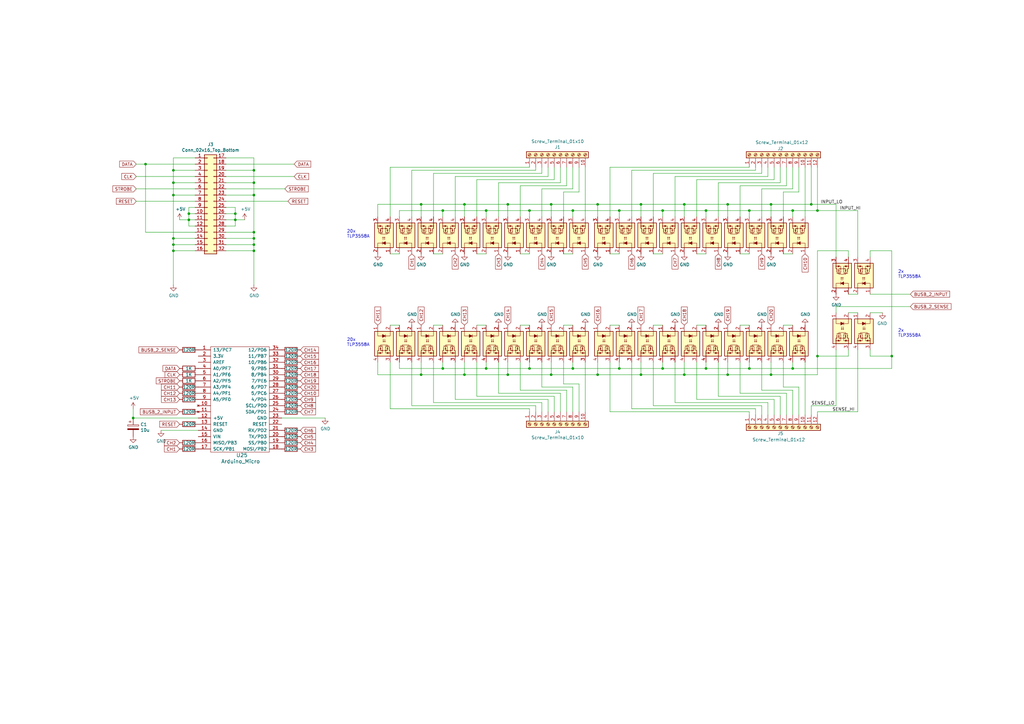
<source format=kicad_sch>
(kicad_sch (version 20230121) (generator eeschema)
  (paper "A3")
  (junction (at 226.06 153.67))
  (junction (at 365.76 146.05))
  (junction (at 234.95 151.13))
  (junction (at 190.5 153.67))
  (junction (at 226.06 83.82))
  (junction (at 104.14 74.93))
  (junction (at 208.28 153.67))
  (junction (at 96.52 90.17))
  (junction (at 104.14 69.85))
  (junction (at 271.78 86.36))
  (junction (at 199.39 86.36))
  (junction (at 71.12 80.01))
  (junction (at 335.28 146.05))
  (junction (at 332.74 83.82))
  (junction (at 289.56 151.13))
  (junction (at 96.52 87.63))
  (junction (at 71.12 100.33))
  (junction (at 217.17 86.36))
  (junction (at 172.72 83.82))
  (junction (at 104.14 100.33))
  (junction (at 280.67 153.67))
  (junction (at 271.78 151.13))
  (junction (at 325.12 86.36))
  (junction (at 234.95 86.36))
  (junction (at 172.72 153.67))
  (junction (at 254 151.13))
  (junction (at 71.12 102.87))
  (junction (at 254 86.36))
  (junction (at 262.89 83.82))
  (junction (at 190.5 83.82))
  (junction (at 217.17 151.13))
  (junction (at 181.61 151.13))
  (junction (at 104.14 80.01))
  (junction (at 71.12 97.79))
  (junction (at 59.69 67.31))
  (junction (at 289.56 86.36))
  (junction (at 262.89 153.67))
  (junction (at 298.45 153.67))
  (junction (at 245.11 83.82))
  (junction (at 280.67 83.82))
  (junction (at 104.14 95.25))
  (junction (at 104.14 97.79))
  (junction (at 298.45 83.82))
  (junction (at 245.11 153.67))
  (junction (at 71.12 69.85))
  (junction (at 325.12 151.13))
  (junction (at 77.47 90.17))
  (junction (at 208.28 83.82))
  (junction (at 54.61 171.45))
  (junction (at 316.23 153.67))
  (junction (at 307.34 151.13))
  (junction (at 307.34 86.36))
  (junction (at 71.12 74.93))
  (junction (at 181.61 86.36))
  (junction (at 316.23 83.82))
  (junction (at 104.14 102.87))
  (junction (at 335.28 86.36))
  (junction (at 199.39 151.13))
  (junction (at 77.47 87.63))
  (wire (pts (xy 285.75 133.35) (xy 289.56 133.35)))
  (wire (pts (xy 222.25 165.1) (xy 222.25 168.91)))
  (wire (pts (xy 55.88 67.31) (xy 59.69 67.31)))
  (wire (pts (xy 271.78 151.13) (xy 289.56 151.13)))
  (wire (pts (xy 276.86 165.1) (xy 276.86 148.59)))
  (wire (pts (xy 321.31 78.74) (xy 327.66 78.74)))
  (wire (pts (xy 181.61 86.36) (xy 199.39 86.36)))
  (wire (pts (xy 250.19 68.58) (xy 250.19 88.9)))
  (wire (pts (xy 160.02 104.14) (xy 163.83 104.14)))
  (wire (pts (xy 356.87 105.41) (xy 356.87 102.87)))
  (wire (pts (xy 81.28 176.53) (xy 66.04 176.53)))
  (wire (pts (xy 314.96 72.39) (xy 276.86 72.39)))
  (wire (pts (xy 71.12 69.85) (xy 71.12 74.93)))
  (wire (pts (xy 163.83 86.36) (xy 181.61 86.36)))
  (wire (pts (xy 80.01 67.31) (xy 59.69 67.31)))
  (wire (pts (xy 234.95 148.59) (xy 234.95 151.13)))
  (wire (pts (xy 92.71 67.31) (xy 120.65 67.31)))
  (wire (pts (xy 219.71 68.58) (xy 219.71 69.85)))
  (wire (pts (xy 195.58 162.56) (xy 195.58 148.59)))
  (wire (pts (xy 285.75 163.83) (xy 317.5 163.83)))
  (wire (pts (xy 104.14 100.33) (xy 104.14 102.87)))
  (wire (pts (xy 303.53 133.35) (xy 307.34 133.35)))
  (wire (pts (xy 309.88 69.85) (xy 259.08 69.85)))
  (wire (pts (xy 213.36 76.2) (xy 213.36 88.9)))
  (wire (pts (xy 217.17 151.13) (xy 217.17 148.59)))
  (wire (pts (xy 259.08 167.64) (xy 309.88 167.64)))
  (wire (pts (xy 160.02 133.35) (xy 163.83 133.35)))
  (wire (pts (xy 262.89 153.67) (xy 262.89 148.59)))
  (wire (pts (xy 204.47 74.93) (xy 204.47 88.9)))
  (wire (pts (xy 190.5 153.67) (xy 190.5 148.59)))
  (wire (pts (xy 232.41 76.2) (xy 213.36 76.2)))
  (wire (pts (xy 229.87 68.58) (xy 229.87 74.93)))
  (wire (pts (xy 280.67 83.82) (xy 298.45 83.82)))
  (wire (pts (xy 213.36 104.14) (xy 217.17 104.14)))
  (wire (pts (xy 262.89 153.67) (xy 280.67 153.67)))
  (wire (pts (xy 347.98 128.27) (xy 351.79 128.27)))
  (wire (pts (xy 222.25 71.12) (xy 177.8 71.12)))
  (wire (pts (xy 154.94 153.67) (xy 172.72 153.67)))
  (wire (pts (xy 213.36 160.02) (xy 232.41 160.02)))
  (wire (pts (xy 335.28 68.58) (xy 335.28 86.36)))
  (wire (pts (xy 312.42 77.47) (xy 325.12 77.47)))
  (wire (pts (xy 320.04 162.56) (xy 320.04 170.18)))
  (wire (pts (xy 312.42 148.59) (xy 312.42 160.02)))
  (wire (pts (xy 172.72 153.67) (xy 190.5 153.67)))
  (wire (pts (xy 232.41 160.02) (xy 232.41 168.91)))
  (wire (pts (xy 232.41 68.58) (xy 232.41 76.2)))
  (wire (pts (xy 213.36 148.59) (xy 213.36 160.02)))
  (wire (pts (xy 104.14 64.77) (xy 104.14 69.85)))
  (wire (pts (xy 181.61 151.13) (xy 163.83 151.13)))
  (wire (pts (xy 213.36 133.35) (xy 217.17 133.35)))
  (wire (pts (xy 92.71 95.25) (xy 104.14 95.25)))
  (wire (pts (xy 342.9 105.41) (xy 342.9 83.82)))
  (wire (pts (xy 217.17 86.36) (xy 234.95 86.36)))
  (wire (pts (xy 335.28 102.87) (xy 335.28 146.05)))
  (wire (pts (xy 199.39 88.9) (xy 199.39 86.36)))
  (wire (pts (xy 186.69 163.83) (xy 224.79 163.83)))
  (wire (pts (xy 96.52 92.71) (xy 92.71 92.71)))
  (wire (pts (xy 80.01 85.09) (xy 77.47 85.09)))
  (wire (pts (xy 80.01 100.33) (xy 71.12 100.33)))
  (wire (pts (xy 77.47 90.17) (xy 77.47 92.71)))
  (wire (pts (xy 92.71 72.39) (xy 120.65 72.39)))
  (wire (pts (xy 80.01 77.47) (xy 55.88 77.47)))
  (wire (pts (xy 312.42 71.12) (xy 267.97 71.12)))
  (wire (pts (xy 307.34 151.13) (xy 307.34 148.59)))
  (wire (pts (xy 104.14 69.85) (xy 104.14 74.93)))
  (wire (pts (xy 217.17 151.13) (xy 199.39 151.13)))
  (wire (pts (xy 168.91 69.85) (xy 168.91 88.9)))
  (wire (pts (xy 280.67 88.9) (xy 280.67 83.82)))
  (wire (pts (xy 289.56 151.13) (xy 289.56 148.59)))
  (wire (pts (xy 234.95 158.75) (xy 234.95 168.91)))
  (wire (pts (xy 351.79 143.51) (xy 351.79 168.91)))
  (wire (pts (xy 172.72 83.82) (xy 190.5 83.82)))
  (wire (pts (xy 172.72 153.67) (xy 172.72 148.59)))
  (wire (pts (xy 294.64 74.93) (xy 320.04 74.93)))
  (wire (pts (xy 245.11 88.9) (xy 245.11 83.82)))
  (wire (pts (xy 104.14 80.01) (xy 104.14 95.25)))
  (wire (pts (xy 229.87 74.93) (xy 204.47 74.93)))
  (wire (pts (xy 316.23 88.9) (xy 316.23 83.82)))
  (wire (pts (xy 254 88.9) (xy 254 86.36)))
  (wire (pts (xy 309.88 167.64) (xy 309.88 170.18)))
  (wire (pts (xy 330.2 68.58) (xy 330.2 88.9)))
  (wire (pts (xy 320.04 74.93) (xy 320.04 68.58)))
  (wire (pts (xy 92.71 100.33) (xy 104.14 100.33)))
  (wire (pts (xy 316.23 83.82) (xy 332.74 83.82)))
  (wire (pts (xy 181.61 151.13) (xy 181.61 148.59)))
  (wire (pts (xy 55.88 82.55) (xy 80.01 82.55)))
  (wire (pts (xy 330.2 148.59) (xy 330.2 170.18)))
  (wire (pts (xy 217.17 151.13) (xy 234.95 151.13)))
  (wire (pts (xy 259.08 167.64) (xy 259.08 148.59)))
  (wire (pts (xy 356.87 146.05) (xy 356.87 143.51)))
  (wire (pts (xy 314.96 165.1) (xy 314.96 170.18)))
  (wire (pts (xy 347.98 146.05) (xy 335.28 146.05)))
  (wire (pts (xy 229.87 161.29) (xy 229.87 168.91)))
  (wire (pts (xy 351.79 120.65) (xy 347.98 120.65)))
  (wire (pts (xy 208.28 153.67) (xy 226.06 153.67)))
  (wire (pts (xy 303.53 104.14) (xy 307.34 104.14)))
  (wire (pts (xy 168.91 148.59) (xy 168.91 166.37)))
  (wire (pts (xy 342.9 143.51) (xy 342.9 166.37)))
  (wire (pts (xy 325.12 77.47) (xy 325.12 68.58)))
  (wire (pts (xy 303.53 76.2) (xy 322.58 76.2)))
  (wire (pts (xy 177.8 133.35) (xy 181.61 133.35)))
  (wire (pts (xy 356.87 120.65) (xy 373.38 120.65)))
  (wire (pts (xy 262.89 88.9) (xy 262.89 83.82)))
  (wire (pts (xy 335.28 153.67) (xy 335.28 146.05)))
  (wire (pts (xy 92.71 85.09) (xy 96.52 85.09)))
  (wire (pts (xy 80.01 74.93) (xy 71.12 74.93)))
  (wire (pts (xy 342.9 128.27) (xy 342.9 125.73)))
  (wire (pts (xy 316.23 153.67) (xy 316.23 148.59)))
  (wire (pts (xy 177.8 165.1) (xy 222.25 165.1)))
  (wire (pts (xy 307.34 86.36) (xy 325.12 86.36)))
  (wire (pts (xy 222.25 77.47) (xy 222.25 88.9)))
  (wire (pts (xy 226.06 83.82) (xy 245.11 83.82)))
  (wire (pts (xy 227.33 68.58) (xy 227.33 73.66)))
  (wire (pts (xy 250.19 104.14) (xy 254 104.14)))
  (wire (pts (xy 267.97 148.59) (xy 267.97 166.37)))
  (wire (pts (xy 325.12 86.36) (xy 335.28 86.36)))
  (wire (pts (xy 298.45 88.9) (xy 298.45 83.82)))
  (wire (pts (xy 80.01 64.77) (xy 71.12 64.77)))
  (wire (pts (xy 237.49 78.74) (xy 231.14 78.74)))
  (wire (pts (xy 226.06 153.67) (xy 226.06 148.59)))
  (wire (pts (xy 227.33 73.66) (xy 195.58 73.66)))
  (wire (pts (xy 365.76 146.05) (xy 365.76 102.87)))
  (wire (pts (xy 77.47 87.63) (xy 77.47 90.17)))
  (wire (pts (xy 271.78 88.9) (xy 271.78 86.36)))
  (wire (pts (xy 77.47 92.71) (xy 80.01 92.71)))
  (wire (pts (xy 325.12 160.02) (xy 325.12 170.18)))
  (wire (pts (xy 267.97 104.14) (xy 271.78 104.14)))
  (wire (pts (xy 71.12 97.79) (xy 71.12 100.33)))
  (wire (pts (xy 347.98 143.51) (xy 347.98 146.05)))
  (wire (pts (xy 280.67 153.67) (xy 298.45 153.67)))
  (wire (pts (xy 80.01 102.87) (xy 71.12 102.87)))
  (wire (pts (xy 316.23 153.67) (xy 335.28 153.67)))
  (wire (pts (xy 96.52 87.63) (xy 92.71 87.63)))
  (wire (pts (xy 219.71 166.37) (xy 219.71 168.91)))
  (wire (pts (xy 267.97 71.12) (xy 267.97 88.9)))
  (wire (pts (xy 226.06 153.67) (xy 245.11 153.67)))
  (wire (pts (xy 234.95 77.47) (xy 222.25 77.47)))
  (wire (pts (xy 199.39 151.13) (xy 199.39 148.59)))
  (wire (pts (xy 222.25 158.75) (xy 222.25 148.59)))
  (wire (pts (xy 325.12 151.13) (xy 325.12 148.59)))
  (wire (pts (xy 186.69 72.39) (xy 186.69 88.9)))
  (wire (pts (xy 237.49 157.48) (xy 237.49 168.91)))
  (wire (pts (xy 71.12 100.33) (xy 71.12 102.87)))
  (wire (pts (xy 71.12 74.93) (xy 71.12 80.01)))
  (wire (pts (xy 321.31 88.9) (xy 321.31 78.74)))
  (wire (pts (xy 80.01 97.79) (xy 71.12 97.79)))
  (wire (pts (xy 332.74 166.37) (xy 342.9 166.37)))
  (wire (pts (xy 186.69 148.59) (xy 186.69 163.83)))
  (wire (pts (xy 307.34 68.58) (xy 250.19 68.58)))
  (wire (pts (xy 312.42 68.58) (xy 312.42 71.12)))
  (wire (pts (xy 172.72 88.9) (xy 172.72 83.82)))
  (wire (pts (xy 231.14 133.35) (xy 234.95 133.35)))
  (wire (pts (xy 325.12 151.13) (xy 365.76 151.13)))
  (wire (pts (xy 342.9 125.73) (xy 373.38 125.73)))
  (wire (pts (xy 317.5 163.83) (xy 317.5 170.18)))
  (wire (pts (xy 80.01 69.85) (xy 71.12 69.85)))
  (wire (pts (xy 92.71 97.79) (xy 104.14 97.79)))
  (wire (pts (xy 335.28 86.36) (xy 351.79 86.36)))
  (wire (pts (xy 234.95 68.58) (xy 234.95 77.47)))
  (wire (pts (xy 294.64 88.9) (xy 294.64 74.93)))
  (wire (pts (xy 208.28 153.67) (xy 208.28 148.59)))
  (wire (pts (xy 250.19 133.35) (xy 254 133.35)))
  (wire (pts (xy 332.74 166.37) (xy 332.74 170.18)))
  (wire (pts (xy 92.71 74.93) (xy 104.14 74.93)))
  (wire (pts (xy 294.64 148.59) (xy 294.64 162.56)))
  (wire (pts (xy 312.42 166.37) (xy 312.42 170.18)))
  (wire (pts (xy 80.01 80.01) (xy 71.12 80.01)))
  (wire (pts (xy 250.19 148.59) (xy 250.19 168.91)))
  (wire (pts (xy 222.25 71.12) (xy 222.25 68.58)))
  (wire (pts (xy 217.17 88.9) (xy 217.17 86.36)))
  (wire (pts (xy 298.45 83.82) (xy 316.23 83.82)))
  (wire (pts (xy 190.5 88.9) (xy 190.5 83.82)))
  (wire (pts (xy 96.52 90.17) (xy 92.71 90.17)))
  (wire (pts (xy 59.69 95.25) (xy 80.01 95.25)))
  (wire (pts (xy 259.08 69.85) (xy 259.08 88.9)))
  (wire (pts (xy 231.14 78.74) (xy 231.14 88.9)))
  (wire (pts (xy 303.53 88.9) (xy 303.53 76.2)))
  (wire (pts (xy 104.14 102.87) (xy 104.14 116.84)))
  (wire (pts (xy 237.49 68.58) (xy 237.49 78.74)))
  (wire (pts (xy 160.02 167.64) (xy 217.17 167.64)))
  (wire (pts (xy 322.58 161.29) (xy 322.58 170.18)))
  (wire (pts (xy 321.31 158.75) (xy 327.66 158.75)))
  (wire (pts (xy 254 151.13) (xy 271.78 151.13)))
  (wire (pts (xy 77.47 90.17) (xy 80.01 90.17)))
  (wire (pts (xy 240.03 168.91) (xy 240.03 148.59)))
  (wire (pts (xy 96.52 85.09) (xy 96.52 87.63)))
  (wire (pts (xy 96.52 90.17) (xy 100.33 90.17)))
  (wire (pts (xy 195.58 162.56) (xy 227.33 162.56)))
  (wire (pts (xy 356.87 128.27) (xy 361.95 128.27)))
  (wire (pts (xy 285.75 88.9) (xy 285.75 73.66)))
  (wire (pts (xy 285.75 104.14) (xy 289.56 104.14)))
  (wire (pts (xy 285.75 73.66) (xy 317.5 73.66)))
  (wire (pts (xy 154.94 148.59) (xy 154.94 153.67)))
  (wire (pts (xy 351.79 168.91) (xy 335.28 168.91)))
  (wire (pts (xy 234.95 151.13) (xy 254 151.13)))
  (wire (pts (xy 160.02 148.59) (xy 160.02 167.64)))
  (wire (pts (xy 224.79 72.39) (xy 224.79 68.58)))
  (wire (pts (xy 71.12 64.77) (xy 71.12 69.85)))
  (wire (pts (xy 332.74 83.82) (xy 342.9 83.82)))
  (wire (pts (xy 280.67 153.67) (xy 280.67 148.59)))
  (wire (pts (xy 285.75 148.59) (xy 285.75 163.83)))
  (wire (pts (xy 71.12 102.87) (xy 71.12 116.84)))
  (wire (pts (xy 204.47 148.59) (xy 204.47 161.29)))
  (wire (pts (xy 314.96 68.58) (xy 314.96 72.39)))
  (wire (pts (xy 115.57 171.45) (xy 133.35 171.45)))
  (wire (pts (xy 104.14 74.93) (xy 104.14 80.01)))
  (wire (pts (xy 92.71 64.77) (xy 104.14 64.77)))
  (wire (pts (xy 332.74 68.58) (xy 332.74 83.82)))
  (wire (pts (xy 92.71 77.47) (xy 116.84 77.47)))
  (wire (pts (xy 234.95 86.36) (xy 254 86.36)))
  (wire (pts (xy 154.94 83.82) (xy 172.72 83.82)))
  (wire (pts (xy 307.34 88.9) (xy 307.34 86.36)))
  (wire (pts (xy 298.45 153.67) (xy 298.45 148.59)))
  (wire (pts (xy 276.86 165.1) (xy 314.96 165.1)))
  (wire (pts (xy 190.5 153.67) (xy 208.28 153.67)))
  (wire (pts (xy 307.34 168.91) (xy 307.34 170.18)))
  (wire (pts (xy 289.56 88.9) (xy 289.56 86.36)))
  (wire (pts (xy 195.58 104.14) (xy 199.39 104.14)))
  (wire (pts (xy 71.12 80.01) (xy 71.12 97.79)))
  (wire (pts (xy 321.31 104.14) (xy 325.12 104.14)))
  (wire (pts (xy 234.95 88.9) (xy 234.95 86.36)))
  (wire (pts (xy 325.12 88.9) (xy 325.12 86.36)))
  (wire (pts (xy 195.58 133.35) (xy 199.39 133.35)))
  (wire (pts (xy 217.17 167.64) (xy 217.17 168.91)))
  (wire (pts (xy 312.42 160.02) (xy 325.12 160.02)))
  (wire (pts (xy 322.58 76.2) (xy 322.58 68.58)))
  (wire (pts (xy 226.06 88.9) (xy 226.06 83.82)))
  (wire (pts (xy 335.28 102.87) (xy 347.98 102.87)))
  (wire (pts (xy 177.8 104.14) (xy 181.61 104.14)))
  (wire (pts (xy 163.83 86.36) (xy 163.83 88.9)))
  (wire (pts (xy 231.14 157.48) (xy 237.49 157.48)))
  (wire (pts (xy 81.28 171.45) (xy 54.61 171.45)))
  (wire (pts (xy 224.79 163.83) (xy 224.79 168.91)))
  (wire (pts (xy 92.71 82.55) (xy 118.11 82.55)))
  (wire (pts (xy 303.53 161.29) (xy 322.58 161.29)))
  (wire (pts (xy 351.79 105.41) (xy 351.79 86.36)))
  (wire (pts (xy 321.31 133.35) (xy 325.12 133.35)))
  (wire (pts (xy 217.17 68.58) (xy 160.02 68.58)))
  (wire (pts (xy 365.76 102.87) (xy 356.87 102.87)))
  (wire (pts (xy 55.88 72.39) (xy 80.01 72.39)))
  (wire (pts (xy 227.33 162.56) (xy 227.33 168.91)))
  (wire (pts (xy 77.47 85.09) (xy 77.47 87.63)))
  (wire (pts (xy 327.66 158.75) (xy 327.66 170.18)))
  (wire (pts (xy 208.28 88.9) (xy 208.28 83.82)))
  (wire (pts (xy 168.91 166.37) (xy 219.71 166.37)))
  (wire (pts (xy 327.66 78.74) (xy 327.66 68.58)))
  (wire (pts (xy 289.56 151.13) (xy 307.34 151.13)))
  (wire (pts (xy 245.11 153.67) (xy 245.11 148.59)))
  (wire (pts (xy 77.47 87.63) (xy 80.01 87.63)))
  (wire (pts (xy 309.88 68.58) (xy 309.88 69.85)))
  (wire (pts (xy 312.42 88.9) (xy 312.42 77.47)))
  (wire (pts (xy 307.34 151.13) (xy 325.12 151.13)))
  (wire (pts (xy 245.11 83.82) (xy 262.89 83.82)))
  (wire (pts (xy 231.14 148.59) (xy 231.14 157.48)))
  (wire (pts (xy 276.86 72.39) (xy 276.86 88.9)))
  (wire (pts (xy 92.71 80.01) (xy 104.14 80.01)))
  (wire (pts (xy 271.78 151.13) (xy 271.78 148.59)))
  (wire (pts (xy 317.5 73.66) (xy 317.5 68.58)))
  (wire (pts (xy 96.52 90.17) (xy 96.52 92.71)))
  (wire (pts (xy 96.52 87.63) (xy 96.52 90.17)))
  (wire (pts (xy 190.5 83.82) (xy 208.28 83.82)))
  (wire (pts (xy 271.78 86.36) (xy 289.56 86.36)))
  (wire (pts (xy 254 86.36) (xy 271.78 86.36)))
  (wire (pts (xy 219.71 69.85) (xy 168.91 69.85)))
  (wire (pts (xy 154.94 83.82) (xy 154.94 88.9)))
  (wire (pts (xy 104.14 95.25) (xy 104.14 97.79)))
  (wire (pts (xy 250.19 168.91) (xy 307.34 168.91)))
  (wire (pts (xy 335.28 168.91) (xy 335.28 170.18)))
  (wire (pts (xy 294.64 162.56) (xy 320.04 162.56)))
  (wire (pts (xy 298.45 153.67) (xy 316.23 153.67)))
  (wire (pts (xy 54.61 171.45) (xy 54.61 167.64)))
  (wire (pts (xy 204.47 161.29) (xy 229.87 161.29)))
  (wire (pts (xy 245.11 153.67) (xy 262.89 153.67)))
  (wire (pts (xy 303.53 161.29) (xy 303.53 148.59)))
  (wire (pts (xy 177.8 71.12) (xy 177.8 88.9)))
  (wire (pts (xy 224.79 72.39) (xy 186.69 72.39)))
  (wire (pts (xy 347.98 102.87) (xy 347.98 105.41)))
  (wire (pts (xy 240.03 68.58) (xy 240.03 88.9)))
  (wire (pts (xy 356.87 146.05) (xy 365.76 146.05)))
  (wire (pts (xy 289.56 86.36) (xy 307.34 86.36)))
  (wire (pts (xy 254 151.13) (xy 254 148.59)))
  (wire (pts (xy 92.71 102.87) (xy 104.14 102.87)))
  (wire (pts (xy 262.89 83.82) (xy 280.67 83.82)))
  (wire (pts (xy 267.97 133.35) (xy 271.78 133.35)))
  (wire (pts (xy 163.83 151.13) (xy 163.83 148.59)))
  (wire (pts (xy 160.02 68.58) (xy 160.02 88.9)))
  (wire (pts (xy 321.31 148.59) (xy 321.31 158.75)))
  (wire (pts (xy 199.39 151.13) (xy 181.61 151.13)))
  (wire (pts (xy 181.61 88.9) (xy 181.61 86.36)))
  (wire (pts (xy 365.76 151.13) (xy 365.76 146.05)))
  (wire (pts (xy 231.14 104.14) (xy 234.95 104.14)))
  (wire (pts (xy 195.58 73.66) (xy 195.58 88.9)))
  (wire (pts (xy 104.14 97.79) (xy 104.14 100.33)))
  (wire (pts (xy 199.39 86.36) (xy 217.17 86.36)))
  (wire (pts (xy 177.8 165.1) (xy 177.8 148.59)))
  (wire (pts (xy 92.71 69.85) (xy 104.14 69.85)))
  (wire (pts (xy 59.69 67.31) (xy 59.69 95.25)))
  (wire (pts (xy 222.25 158.75) (xy 234.95 158.75)))
  (wire (pts (xy 267.97 166.37) (xy 312.42 166.37)))
  (wire (pts (xy 73.66 90.17) (xy 77.47 90.17)))
  (wire (pts (xy 208.28 83.82) (xy 226.06 83.82)))
  (text "2x \nTLP3558A" (at 368.3 138.43 0) (effects (font (size 1.27 1.27)) (justify left bottom)))
  (text "20x \nTLP3558A" (at 142.24 97.79 0) (effects (font (size 1.27 1.27)) (justify left bottom)))
  (text "2x \nTLP3558A" (at 368.3 114.3 0) (effects (font (size 1.27 1.27)) (justify left bottom)))
  (text "20x \nTLP3558A" (at 142.24 142.24 0) (effects (font (size 1.27 1.27)) (justify left bottom)))
  (label "SENSE_LO" (at 332.74 166.37 0))
  (label "INPUT_HI" (at 353.06 86.36 180))
  (label "INPUT_LO" (at 336.55 83.82 0))
  (label "SENSE_HI" (at 350.52 168.91 180))
  (global_label "CH7" (shape input) (at 276.86 104.14 270) (property "Intersheetrefs" "${INTERSHEET_REFS}" (effects hide)))
  (global_label "CH6" (shape input) (at 259.08 104.14 270) (property "Intersheetrefs" "${INTERSHEET_REFS}" (effects hide)))
  (global_label "CH6" (shape input) (at 123.19 176.53 0) (property "Intersheetrefs" "${INTERSHEET_REFS}" (effects hide)))
  (global_label "CH15" (shape input) (at 123.19 146.05 0) (property "Intersheetrefs" "${INTERSHEET_REFS}" (effects hide)))
  (global_label "CH1" (shape input) (at 73.66 184.15 180) (property "Intersheetrefs" "${INTERSHEET_REFS}" (effects hide)))
  (global_label "CH19" (shape input) (at 298.45 133.35 90) (property "Intersheetrefs" "${INTERSHEET_REFS}" (effects hide)))
  (global_label "CH2" (shape input) (at 73.66 181.61 180) (property "Intersheetrefs" "${INTERSHEET_REFS}" (effects hide)))
  (global_label "CH17" (shape input) (at 262.89 133.35 90) (property "Intersheetrefs" "${INTERSHEET_REFS}" (effects hide)))
  (global_label "CH9" (shape input) (at 312.42 104.14 270) (property "Intersheetrefs" "${INTERSHEET_REFS}" (effects hide)))
  (global_label "CH5" (shape input) (at 123.19 179.07 0) (property "Intersheetrefs" "${INTERSHEET_REFS}" (effects hide)))
  (global_label "CH3" (shape input) (at 123.19 184.15 0) (property "Intersheetrefs" "${INTERSHEET_REFS}" (effects hide)))
  (global_label "STROBE" (shape input) (at 73.66 156.21 180) (property "Intersheetrefs" "${INTERSHEET_REFS}" (effects hide)))
  (global_label "CH9" (shape input) (at 123.19 163.83 0) (property "Intersheetrefs" "${INTERSHEET_REFS}" (effects hide)))
  (global_label "CH13" (shape input) (at 190.5 133.35 90) (property "Intersheetrefs" "${INTERSHEET_REFS}" (effects hide)))
  (global_label "CH16" (shape input) (at 245.11 133.35 90) (property "Intersheetrefs" "${INTERSHEET_REFS}" (effects hide)))
  (global_label "CLK" (shape input) (at 120.65 72.39 0) (property "Intersheetrefs" "${INTERSHEET_REFS}" (effects hide)))
  (global_label "CLK" (shape input) (at 55.88 72.39 180) (property "Intersheetrefs" "${INTERSHEET_REFS}" (effects hide)))
  (global_label "DATA" (shape input) (at 55.88 67.31 180) (property "Intersheetrefs" "${INTERSHEET_REFS}" (effects hide)))
  (global_label "CLK" (shape input) (at 73.66 153.67 180) (property "Intersheetrefs" "${INTERSHEET_REFS}" (effects hide)))
  (global_label "CH10" (shape input) (at 330.2 104.14 270) (property "Intersheetrefs" "${INTERSHEET_REFS}" (effects hide)))
  (global_label "CH20" (shape input) (at 316.23 133.35 90) (property "Intersheetrefs" "${INTERSHEET_REFS}" (effects hide)))
  (global_label "DATA" (shape input) (at 73.66 151.13 180) (property "Intersheetrefs" "${INTERSHEET_REFS}" (effects hide)))
  (global_label "CH20" (shape input) (at 123.19 158.75 0) (property "Intersheetrefs" "${INTERSHEET_REFS}" (effects hide)))
  (global_label "DATA" (shape input) (at 120.65 67.31 0) (property "Intersheetrefs" "${INTERSHEET_REFS}" (effects hide)))
  (global_label "RESET" (shape input) (at 73.66 173.99 180) (property "Intersheetrefs" "${INTERSHEET_REFS}" (effects hide)))
  (global_label "CH11" (shape input) (at 73.66 158.75 180) (property "Intersheetrefs" "${INTERSHEET_REFS}" (effects hide)))
  (global_label "CH4" (shape input) (at 222.25 104.14 270) (property "Intersheetrefs" "${INTERSHEET_REFS}" (effects hide)))
  (global_label "CH1" (shape input) (at 168.91 104.14 270) (property "Intersheetrefs" "${INTERSHEET_REFS}" (effects hide)))
  (global_label "CH8" (shape input) (at 294.64 104.14 270) (property "Intersheetrefs" "${INTERSHEET_REFS}" (effects hide)))
  (global_label "CH5" (shape input) (at 240.03 104.14 270) (property "Intersheetrefs" "${INTERSHEET_REFS}" (effects hide)))
  (global_label "CH7" (shape input) (at 123.19 168.91 0) (property "Intersheetrefs" "${INTERSHEET_REFS}" (effects hide)))
  (global_label "CH10" (shape input) (at 123.19 161.29 0) (property "Intersheetrefs" "${INTERSHEET_REFS}" (effects hide)))
  (global_label "STROBE" (shape input) (at 55.88 77.47 180) (property "Intersheetrefs" "${INTERSHEET_REFS}" (effects hide)))
  (global_label "BUSB_2_INPUT" (shape input) (at 373.38 120.65 0) (property "Intersheetrefs" "${INTERSHEET_REFS}" (effects hide)))
  (global_label "CH11" (shape input) (at 154.94 133.35 90) (property "Intersheetrefs" "${INTERSHEET_REFS}" (effects hide)))
  (global_label "CH15" (shape input) (at 226.06 133.35 90) (property "Intersheetrefs" "${INTERSHEET_REFS}" (effects hide)))
  (global_label "RESET" (shape input) (at 118.11 82.55 0) (property "Intersheetrefs" "${INTERSHEET_REFS}" (effects hide)))
  (global_label "BUSB_2_INPUT" (shape input) (at 73.66 168.91 180) (property "Intersheetrefs" "${INTERSHEET_REFS}" (effects hide)))
  (global_label "CH8" (shape input) (at 123.19 166.37 0) (property "Intersheetrefs" "${INTERSHEET_REFS}" (effects hide)))
  (global_label "CH17" (shape input) (at 123.19 151.13 0) (property "Intersheetrefs" "${INTERSHEET_REFS}" (effects hide)))
  (global_label "BUSB_2_SENSE" (shape input) (at 373.38 125.73 0) (property "Intersheetrefs" "${INTERSHEET_REFS}" (effects hide)))
  (global_label "CH19" (shape input) (at 123.19 156.21 0) (property "Intersheetrefs" "${INTERSHEET_REFS}" (effects hide)))
  (global_label "CH12" (shape input) (at 73.66 161.29 180) (property "Intersheetrefs" "${INTERSHEET_REFS}" (effects hide)))
  (global_label "CH12" (shape input) (at 172.72 133.35 90) (property "Intersheetrefs" "${INTERSHEET_REFS}" (effects hide)))
  (global_label "CH14" (shape input) (at 208.28 133.35 90) (property "Intersheetrefs" "${INTERSHEET_REFS}" (effects hide)))
  (global_label "CH18" (shape input) (at 280.67 133.35 90) (property "Intersheetrefs" "${INTERSHEET_REFS}" (effects hide)))
  (global_label "CH3" (shape input) (at 204.47 104.14 270) (property "Intersheetrefs" "${INTERSHEET_REFS}" (effects hide)))
  (global_label "CH13" (shape input) (at 73.66 163.83 180) (property "Intersheetrefs" "${INTERSHEET_REFS}" (effects hide)))
  (global_label "STROBE" (shape input) (at 116.84 77.47 0) (property "Intersheetrefs" "${INTERSHEET_REFS}" (effects hide)))
  (global_label "CH2" (shape input) (at 186.69 104.14 270) (property "Intersheetrefs" "${INTERSHEET_REFS}" (effects hide)))
  (global_label "RESET" (shape input) (at 55.88 82.55 180) (property "Intersheetrefs" "${INTERSHEET_REFS}" (effects hide)))
  (global_label "CH18" (shape input) (at 123.19 153.67 0) (property "Intersheetrefs" "${INTERSHEET_REFS}" (effects hide)))
  (global_label "CH4" (shape input) (at 123.19 181.61 0) (property "Intersheetrefs" "${INTERSHEET_REFS}" (effects hide)))
  (global_label "CH16" (shape input) (at 123.19 148.59 0) (property "Intersheetrefs" "${INTERSHEET_REFS}" (effects hide)))
  (global_label "CH14" (shape input) (at 123.19 143.51 0) (property "Intersheetrefs" "${INTERSHEET_REFS}" (effects hide)))
  (global_label "BUSB_2_SENSE" (shape input) (at 73.66 143.51 180) (property "Intersheetrefs" "${INTERSHEET_REFS}" (effects hide)))
  (symbol (lib_id "Connector:Screw_Terminal_01x12") (at 320.04 63.5 90) (unit 1)
    (property "Reference" "J2" (at 321.31 60.96 90) (effects (justify left)))
    (property "Value" "Screw_Terminal_01x12" (at 331.47 58.42 90) (effects (justify left)))
    (property "Footprint" "TerminalBlock_Phoenix:TerminalBlock_Phoenix_MKDS-1,5-12-5.08_1x12_P5.08mm_Horizontal" (effects hide))
  )
  (symbol (lib_id "Connector:Screw_Terminal_01x12") (at 320.04 175.26 90) (mirror x) (unit 1)
    (property "Reference" "J5" (at 321.31 177.8 90) (effects (justify left)))
    (property "Value" "Screw_Terminal_01x12" (at 330.2 180.34 90) (effects (justify left)))
    (property "Footprint" "TerminalBlock_Phoenix:TerminalBlock_Phoenix_MKDS-1,5-12-5.08_1x12_P5.08mm_Horizontal" (effects hide))
  )
  (symbol (lib_id "Keithley_20ChanSSR-rescue:TLP3558-CozKiCadLibrary") (at 166.37 96.52 270) (mirror x) (unit 1)
    (property "Reference" "U2" (effects hide))
    (property "Value" "TLP3558" (effects hide))
    (property "Footprint" "cozKiCadLibrary:DIP-4_W7.62mm_LongPads_coz" (effects hide))
    (property "Datasheet" "https://toshiba.semicon-storage.com/info/docget.jsp?did=60325&prodName=TLP3558A" (effects hide))
  )
  (symbol (lib_id "Keithley_20ChanSSR-rescue:TLP3558-CozKiCadLibrary") (at 157.48 96.52 270) (mirror x) (unit 1)
    (property "Reference" "U1" (effects hide))
    (property "Value" "TLP3558" (effects hide))
    (property "Footprint" "cozKiCadLibrary:DIP-4_W7.62mm_LongPads_coz" (effects hide))
    (property "Datasheet" "https://toshiba.semicon-storage.com/info/docget.jsp?did=60325&prodName=TLP3558A" (effects hide))
  )
  (symbol (lib_id "Keithley_20ChanSSR-rescue:TLP3558-CozKiCadLibrary") (at 184.15 96.52 270) (mirror x) (unit 1)
    (property "Reference" "U4" (effects hide))
    (property "Value" "TLP3558" (effects hide))
    (property "Footprint" "cozKiCadLibrary:DIP-4_W7.62mm_LongPads_coz" (effects hide))
    (property "Datasheet" "https://toshiba.semicon-storage.com/info/docget.jsp?did=60325&prodName=TLP3558A" (effects hide))
  )
  (symbol (lib_id "Keithley_20ChanSSR-rescue:TLP3558-CozKiCadLibrary") (at 175.26 96.52 270) (mirror x) (unit 1)
    (property "Reference" "U3" (effects hide))
    (property "Value" "TLP3558" (effects hide))
    (property "Footprint" "cozKiCadLibrary:DIP-4_W7.62mm_LongPads_coz" (effects hide))
    (property "Datasheet" "https://toshiba.semicon-storage.com/info/docget.jsp?did=60325&prodName=TLP3558A" (effects hide))
  )
  (symbol (lib_id "Keithley_20ChanSSR-rescue:TLP3558-CozKiCadLibrary") (at 201.93 96.52 270) (mirror x) (unit 1)
    (property "Reference" "U6" (effects hide))
    (property "Value" "TLP3558" (effects hide))
    (property "Footprint" "cozKiCadLibrary:DIP-4_W7.62mm_LongPads_coz" (effects hide))
    (property "Datasheet" "https://toshiba.semicon-storage.com/info/docget.jsp?did=60325&prodName=TLP3558A" (effects hide))
  )
  (symbol (lib_id "Keithley_20ChanSSR-rescue:TLP3558-CozKiCadLibrary") (at 193.04 96.52 270) (mirror x) (unit 1)
    (property "Reference" "U5" (effects hide))
    (property "Value" "TLP3558" (effects hide))
    (property "Footprint" "cozKiCadLibrary:DIP-4_W7.62mm_LongPads_coz" (effects hide))
    (property "Datasheet" "https://toshiba.semicon-storage.com/info/docget.jsp?did=60325&prodName=TLP3558A" (effects hide))
  )
  (symbol (lib_id "Keithley_20ChanSSR-rescue:TLP3558-CozKiCadLibrary") (at 219.71 96.52 270) (mirror x) (unit 1)
    (property "Reference" "U8" (effects hide))
    (property "Value" "TLP3558" (effects hide))
    (property "Footprint" "cozKiCadLibrary:DIP-4_W7.62mm_LongPads_coz" (effects hide))
    (property "Datasheet" "https://toshiba.semicon-storage.com/info/docget.jsp?did=60325&prodName=TLP3558A" (effects hide))
  )
  (symbol (lib_id "Keithley_20ChanSSR-rescue:TLP3558-CozKiCadLibrary") (at 210.82 96.52 270) (mirror x) (unit 1)
    (property "Reference" "U7" (effects hide))
    (property "Value" "TLP3558" (effects hide))
    (property "Footprint" "cozKiCadLibrary:DIP-4_W7.62mm_LongPads_coz" (effects hide))
    (property "Datasheet" "https://toshiba.semicon-storage.com/info/docget.jsp?did=60325&prodName=TLP3558A" (effects hide))
  )
  (symbol (lib_id "Keithley_20ChanSSR-rescue:TLP3558-CozKiCadLibrary") (at 237.49 96.52 270) (mirror x) (unit 1)
    (property "Reference" "U10" (effects hide))
    (property "Value" "TLP3558" (effects hide))
    (property "Footprint" "cozKiCadLibrary:DIP-4_W7.62mm_LongPads_coz" (effects hide))
    (property "Datasheet" "https://toshiba.semicon-storage.com/info/docget.jsp?did=60325&prodName=TLP3558A" (effects hide))
  )
  (symbol (lib_id "Keithley_20ChanSSR-rescue:TLP3558-CozKiCadLibrary") (at 247.65 96.52 270) (mirror x) (unit 1)
    (property "Reference" "U11" (effects hide))
    (property "Value" "TLP3558" (effects hide))
    (property "Footprint" "cozKiCadLibrary:DIP-4_W7.62mm_LongPads_coz" (effects hide))
    (property "Datasheet" "https://toshiba.semicon-storage.com/info/docget.jsp?did=60325&prodName=TLP3558A" (effects hide))
  )
  (symbol (lib_id "Keithley_20ChanSSR-rescue:TLP3558-CozKiCadLibrary") (at 256.54 96.52 270) (mirror x) (unit 1)
    (property "Reference" "U12" (effects hide))
    (property "Value" "TLP3558" (effects hide))
    (property "Footprint" "cozKiCadLibrary:DIP-4_W7.62mm_LongPads_coz" (effects hide))
    (property "Datasheet" "https://toshiba.semicon-storage.com/info/docget.jsp?did=60325&prodName=TLP3558A" (effects hide))
  )
  (symbol (lib_id "Keithley_20ChanSSR-rescue:TLP3558-CozKiCadLibrary") (at 265.43 96.52 270) (mirror x) (unit 1)
    (property "Reference" "U13" (effects hide))
    (property "Value" "TLP3558" (effects hide))
    (property "Footprint" "cozKiCadLibrary:DIP-4_W7.62mm_LongPads_coz" (effects hide))
    (property "Datasheet" "https://toshiba.semicon-storage.com/info/docget.jsp?did=60325&prodName=TLP3558A" (effects hide))
  )
  (symbol (lib_id "Keithley_20ChanSSR-rescue:TLP3558-CozKiCadLibrary") (at 274.32 96.52 270) (mirror x) (unit 1)
    (property "Reference" "U14" (effects hide))
    (property "Value" "TLP3558" (effects hide))
    (property "Footprint" "cozKiCadLibrary:DIP-4_W7.62mm_LongPads_coz" (effects hide))
    (property "Datasheet" "https://toshiba.semicon-storage.com/info/docget.jsp?did=60325&prodName=TLP3558A" (effects hide))
  )
  (symbol (lib_id "Keithley_20ChanSSR-rescue:TLP3558-CozKiCadLibrary") (at 283.21 96.52 270) (mirror x) (unit 1)
    (property "Reference" "U15" (effects hide))
    (property "Value" "TLP3558" (effects hide))
    (property "Footprint" "cozKiCadLibrary:DIP-4_W7.62mm_LongPads_coz" (effects hide))
    (property "Datasheet" "https://toshiba.semicon-storage.com/info/docget.jsp?did=60325&prodName=TLP3558A" (effects hide))
  )
  (symbol (lib_id "Keithley_20ChanSSR-rescue:TLP3558-CozKiCadLibrary") (at 292.1 96.52 270) (mirror x) (unit 1)
    (property "Reference" "U16" (effects hide))
    (property "Value" "TLP3558" (effects hide))
    (property "Footprint" "cozKiCadLibrary:DIP-4_W7.62mm_LongPads_coz" (effects hide))
    (property "Datasheet" "https://toshiba.semicon-storage.com/info/docget.jsp?did=60325&prodName=TLP3558A" (effects hide))
  )
  (symbol (lib_id "Keithley_20ChanSSR-rescue:TLP3558-CozKiCadLibrary") (at 300.99 96.52 270) (mirror x) (unit 1)
    (property "Reference" "U17" (effects hide))
    (property "Value" "TLP3558" (effects hide))
    (property "Footprint" "cozKiCadLibrary:DIP-4_W7.62mm_LongPads_coz" (effects hide))
    (property "Datasheet" "https://toshiba.semicon-storage.com/info/docget.jsp?did=60325&prodName=TLP3558A" (effects hide))
  )
  (symbol (lib_id "Keithley_20ChanSSR-rescue:TLP3558-CozKiCadLibrary") (at 309.88 96.52 270) (mirror x) (unit 1)
    (property "Reference" "U18" (effects hide))
    (property "Value" "TLP3558" (effects hide))
    (property "Footprint" "cozKiCadLibrary:DIP-4_W7.62mm_LongPads_coz" (effects hide))
    (property "Datasheet" "https://toshiba.semicon-storage.com/info/docget.jsp?did=60325&prodName=TLP3558A" (effects hide))
  )
  (symbol (lib_id "Keithley_20ChanSSR-rescue:TLP3558-CozKiCadLibrary") (at 318.77 96.52 270) (mirror x) (unit 1)
    (property "Reference" "U19" (effects hide))
    (property "Value" "TLP3558" (effects hide))
    (property "Footprint" "cozKiCadLibrary:DIP-4_W7.62mm_LongPads_coz" (effects hide))
    (property "Datasheet" "https://toshiba.semicon-storage.com/info/docget.jsp?did=60325&prodName=TLP3558A" (effects hide))
  )
  (symbol (lib_id "Device:R") (at 77.47 156.21 270) (mirror x) (unit 1)
    (property "Reference" "R23" (effects hide))
    (property "Value" "1K" (at 77.47 156.21 90))
    (property "Footprint" "Resistor_THT:R_Axial_DIN0207_L6.3mm_D2.5mm_P10.16mm_Horizontal" (effects hide))
  )
  (symbol (lib_id "Device:R") (at 77.47 153.67 270) (mirror x) (unit 1)
    (property "Reference" "R26" (effects hide))
    (property "Value" "1K" (at 77.47 153.67 90))
    (property "Footprint" "Resistor_THT:R_Axial_DIN0207_L6.3mm_D2.5mm_P10.16mm_Horizontal" (effects hide))
  )
  (symbol (lib_id "Device:R") (at 77.47 151.13 270) (mirror x) (unit 1)
    (property "Reference" "R25" (effects hide))
    (property "Value" "1K" (at 77.47 151.13 90))
    (property "Footprint" "Resistor_THT:R_Axial_DIN0207_L6.3mm_D2.5mm_P10.16mm_Horizontal" (effects hide))
  )
  (symbol (lib_id "Keithley_20ChanSSR-rescue:TLP3558-CozKiCadLibrary") (at 228.6 96.52 270) (mirror x) (unit 1)
    (property "Reference" "U9" (effects hide))
    (property "Value" "TLP3558" (effects hide))
    (property "Footprint" "cozKiCadLibrary:DIP-4_W7.62mm_LongPads_coz" (effects hide))
    (property "Datasheet" "https://toshiba.semicon-storage.com/info/docget.jsp?did=60325&prodName=TLP3558A" (effects hide))
  )
  (symbol (lib_id "power:GND") (at 154.94 104.14 0) (unit 1)
    (property "Reference" "#PWR01" (effects hide))
    (property "Value" "GND" (at 155.067 108.5342 0))
  )
  (symbol (lib_id "Device:R") (at 77.47 143.51 90) (unit 1)
    (property "Reference" "R21" (effects hide))
    (property "Value" "120R" (at 77.47 143.51 90))
    (property "Footprint" "Resistor_THT:R_Axial_DIN0207_L6.3mm_D2.5mm_P10.16mm_Horizontal" (effects hide))
  )
  (symbol (lib_id "Device:R") (at 77.47 168.91 90) (unit 1)
    (property "Reference" "R22" (effects hide))
    (property "Value" "120R" (at 77.47 168.91 90))
    (property "Footprint" "Resistor_THT:R_Axial_DIN0207_L6.3mm_D2.5mm_P10.16mm_Horizontal" (effects hide))
  )
  (symbol (lib_id "Connector:Screw_Terminal_01x10") (at 227.33 63.5 90) (unit 1)
    (property "Reference" "J1" (at 228.7016 60.325 90))
    (property "Value" "Screw_Terminal_01x10" (at 228.7016 58.0136 90))
    (property "Footprint" "TerminalBlock_Phoenix:TerminalBlock_Phoenix_MKDS-3-10-5.08_1x10_P5.08mm_Horizontal" (effects hide))
  )
  (symbol (lib_id "Keithley_20ChanSSR-rescue:TLP3558-CozKiCadLibrary") (at 327.66 96.52 270) (mirror x) (unit 1)
    (property "Reference" "U20" (effects hide))
    (property "Value" "TLP3558" (effects hide))
    (property "Footprint" "cozKiCadLibrary:DIP-4_W7.62mm_LongPads_coz" (effects hide))
    (property "Datasheet" "https://toshiba.semicon-storage.com/info/docget.jsp?did=60325&prodName=TLP3558A" (effects hide))
  )
  (symbol (lib_id "Device:R") (at 77.47 173.99 90) (unit 1)
    (property "Reference" "R24" (effects hide))
    (property "Value" "120R" (at 77.47 173.99 90))
    (property "Footprint" "Resistor_THT:R_Axial_DIN0207_L6.3mm_D2.5mm_P10.16mm_Horizontal" (effects hide))
  )
  (symbol (lib_id "Connector:Screw_Terminal_01x10") (at 227.33 173.99 90) (mirror x) (unit 1)
    (property "Reference" "J4" (at 228.7016 177.165 90))
    (property "Value" "Screw_Terminal_01x10" (at 228.7016 179.4764 90))
    (property "Footprint" "TerminalBlock_Phoenix:TerminalBlock_Phoenix_MKDS-3-10-5.08_1x10_P5.08mm_Horizontal" (effects hide))
  )
  (symbol (lib_id "Keithley_20ChanSSR-rescue:Arduino_Micro-CozKiCadLibrary") (at 81.28 181.61 0) (unit 1)
    (property "Reference" "U25" (at 101.6 186.69 0) (effects (font (size 1.524 1.524)) (justify right)))
    (property "Value" "Arduino_Micro" (at 106.68 189.23 0) (effects (font (size 1.524 1.524)) (justify right)))
    (property "Footprint" "cozKiCadLibrary:Arduino_Micro_Socket_coz" (effects hide))
  )
  (symbol (lib_id "Keithley_20ChanSSR-rescue:CP-Device") (at 54.61 175.26 0) (unit 1)
    (property "Reference" "C1" (at 57.6072 174.0916 0) (effects (justify left)))
    (property "Value" "10u" (at 57.6072 176.403 0) (effects (justify left)))
    (property "Footprint" "Capacitor_Tantalum_SMD:CP_EIA-6032-20_AVX-F" (effects hide))
  )
  (symbol (lib_id "power:GND") (at 54.61 179.07 0) (unit 1)
    (property "Reference" "#PWR0103" (effects hide))
    (property "Value" "GND" (at 54.737 183.4642 0))
  )
  (symbol (lib_id "Keithley_20ChanSSR-rescue:TLP3558-CozKiCadLibrary") (at 157.48 140.97 90) (mirror x) (unit 1)
    (property "Reference" "U26" (effects hide))
    (property "Value" "TLP3558" (effects hide))
    (property "Footprint" "cozKiCadLibrary:DIP-4_W7.62mm_LongPads_coz" (effects hide))
    (property "Datasheet" "https://toshiba.semicon-storage.com/info/docget.jsp?did=60325&prodName=TLP3558A" (effects hide))
  )
  (symbol (lib_id "Keithley_20ChanSSR-rescue:TLP3558-CozKiCadLibrary") (at 247.65 140.97 90) (mirror x) (unit 1)
    (property "Reference" "U36" (effects hide))
    (property "Value" "TLP3558" (effects hide))
    (property "Footprint" "cozKiCadLibrary:DIP-4_W7.62mm_LongPads_coz" (effects hide))
    (property "Datasheet" "https://toshiba.semicon-storage.com/info/docget.jsp?did=60325&prodName=TLP3558A" (effects hide))
  )
  (symbol (lib_id "Keithley_20ChanSSR-rescue:TLP3558-CozKiCadLibrary") (at 256.54 140.97 90) (mirror x) (unit 1)
    (property "Reference" "U37" (effects hide))
    (property "Value" "TLP3558" (effects hide))
    (property "Footprint" "cozKiCadLibrary:DIP-4_W7.62mm_LongPads_coz" (effects hide))
    (property "Datasheet" "https://toshiba.semicon-storage.com/info/docget.jsp?did=60325&prodName=TLP3558A" (effects hide))
  )
  (symbol (lib_id "Keithley_20ChanSSR-rescue:TLP3558-CozKiCadLibrary") (at 265.43 140.97 90) (mirror x) (unit 1)
    (property "Reference" "U38" (effects hide))
    (property "Value" "TLP3558" (effects hide))
    (property "Footprint" "cozKiCadLibrary:DIP-4_W7.62mm_LongPads_coz" (effects hide))
    (property "Datasheet" "https://toshiba.semicon-storage.com/info/docget.jsp?did=60325&prodName=TLP3558A" (effects hide))
  )
  (symbol (lib_id "Keithley_20ChanSSR-rescue:TLP3558-CozKiCadLibrary") (at 274.32 140.97 90) (mirror x) (unit 1)
    (property "Reference" "U39" (effects hide))
    (property "Value" "TLP3558" (effects hide))
    (property "Footprint" "cozKiCadLibrary:DIP-4_W7.62mm_LongPads_coz" (effects hide))
    (property "Datasheet" "https://toshiba.semicon-storage.com/info/docget.jsp?did=60325&prodName=TLP3558A" (effects hide))
  )
  (symbol (lib_id "Keithley_20ChanSSR-rescue:TLP3558-CozKiCadLibrary") (at 283.21 140.97 90) (mirror x) (unit 1)
    (property "Reference" "U40" (effects hide))
    (property "Value" "TLP3558" (effects hide))
    (property "Footprint" "cozKiCadLibrary:DIP-4_W7.62mm_LongPads_coz" (effects hide))
    (property "Datasheet" "https://toshiba.semicon-storage.com/info/docget.jsp?did=60325&prodName=TLP3558A" (effects hide))
  )
  (symbol (lib_id "Keithley_20ChanSSR-rescue:TLP3558-CozKiCadLibrary") (at 292.1 140.97 90) (mirror x) (unit 1)
    (property "Reference" "U41" (effects hide))
    (property "Value" "TLP3558" (effects hide))
    (property "Footprint" "cozKiCadLibrary:DIP-4_W7.62mm_LongPads_coz" (effects hide))
    (property "Datasheet" "https://toshiba.semicon-storage.com/info/docget.jsp?did=60325&prodName=TLP3558A" (effects hide))
  )
  (symbol (lib_id "Keithley_20ChanSSR-rescue:TLP3558-CozKiCadLibrary") (at 300.99 140.97 90) (mirror x) (unit 1)
    (property "Reference" "U42" (effects hide))
    (property "Value" "TLP3558" (effects hide))
    (property "Footprint" "cozKiCadLibrary:DIP-4_W7.62mm_LongPads_coz" (effects hide))
    (property "Datasheet" "https://toshiba.semicon-storage.com/info/docget.jsp?did=60325&prodName=TLP3558A" (effects hide))
  )
  (symbol (lib_id "Keithley_20ChanSSR-rescue:TLP3558-CozKiCadLibrary") (at 309.88 140.97 90) (mirror x) (unit 1)
    (property "Reference" "U43" (effects hide))
    (property "Value" "TLP3558" (effects hide))
    (property "Footprint" "cozKiCadLibrary:DIP-4_W7.62mm_LongPads_coz" (effects hide))
    (property "Datasheet" "https://toshiba.semicon-storage.com/info/docget.jsp?did=60325&prodName=TLP3558A" (effects hide))
  )
  (symbol (lib_id "Keithley_20ChanSSR-rescue:TLP3558-CozKiCadLibrary") (at 318.77 140.97 90) (mirror x) (unit 1)
    (property "Reference" "U44" (effects hide))
    (property "Value" "TLP3558" (effects hide))
    (property "Footprint" "cozKiCadLibrary:DIP-4_W7.62mm_LongPads_coz" (effects hide))
    (property "Datasheet" "https://toshiba.semicon-storage.com/info/docget.jsp?did=60325&prodName=TLP3558A" (effects hide))
  )
  (symbol (lib_id "Keithley_20ChanSSR-rescue:TLP3558-CozKiCadLibrary") (at 327.66 140.97 90) (mirror x) (unit 1)
    (property "Reference" "U45" (effects hide))
    (property "Value" "TLP3558" (effects hide))
    (property "Footprint" "cozKiCadLibrary:DIP-4_W7.62mm_LongPads_coz" (effects hide))
    (property "Datasheet" "https://toshiba.semicon-storage.com/info/docget.jsp?did=60325&prodName=TLP3558A" (effects hide))
  )
  (symbol (lib_id "power:GND") (at 259.08 133.35 0) (mirror x) (unit 1)
    (property "Reference" "#PWR024" (effects hide))
    (property "Value" "GND" (at 259.207 128.9558 0))
  )
  (symbol (lib_id "power:GND") (at 276.86 133.35 0) (mirror x) (unit 1)
    (property "Reference" "#PWR025" (effects hide))
    (property "Value" "GND" (at 276.987 128.9558 0))
  )
  (symbol (lib_id "power:GND") (at 294.64 133.35 0) (mirror x) (unit 1)
    (property "Reference" "#PWR026" (effects hide))
    (property "Value" "GND" (at 294.767 128.9558 0))
  )
  (symbol (lib_id "power:GND") (at 312.42 133.35 0) (mirror x) (unit 1)
    (property "Reference" "#PWR027" (effects hide))
    (property "Value" "GND" (at 312.547 128.9558 0))
  )
  (symbol (lib_id "power:GND") (at 330.2 133.35 0) (mirror x) (unit 1)
    (property "Reference" "#PWR028" (effects hide))
    (property "Value" "GND" (at 330.327 128.9558 0))
  )
  (symbol (lib_id "power:GND") (at 240.03 133.35 0) (mirror x) (unit 1)
    (property "Reference" "#PWR023" (effects hide))
    (property "Value" "GND" (at 240.157 128.9558 0))
  )
  (symbol (lib_id "power:GND") (at 222.25 133.35 0) (mirror x) (unit 1)
    (property "Reference" "#PWR022" (effects hide))
    (property "Value" "GND" (at 222.377 128.9558 0))
  )
  (symbol (lib_id "power:GND") (at 204.47 133.35 0) (mirror x) (unit 1)
    (property "Reference" "#PWR021" (effects hide))
    (property "Value" "GND" (at 204.597 128.9558 0))
  )
  (symbol (lib_id "power:GND") (at 186.69 133.35 0) (mirror x) (unit 1)
    (property "Reference" "#PWR020" (effects hide))
    (property "Value" "GND" (at 186.817 128.9558 0))
  )
  (symbol (lib_id "power:GND") (at 168.91 133.35 0) (mirror x) (unit 1)
    (property "Reference" "#PWR019" (effects hide))
    (property "Value" "GND" (at 169.037 128.9558 0))
  )
  (symbol (lib_id "Keithley_20ChanSSR-rescue:TLP3558-CozKiCadLibrary") (at 237.49 140.97 90) (mirror x) (unit 1)
    (property "Reference" "U35" (effects hide))
    (property "Value" "TLP3558" (effects hide))
    (property "Footprint" "cozKiCadLibrary:DIP-4_W7.62mm_LongPads_coz" (effects hide))
    (property "Datasheet" "https://toshiba.semicon-storage.com/info/docget.jsp?did=60325&prodName=TLP3558A" (effects hide))
  )
  (symbol (lib_id "Keithley_20ChanSSR-rescue:TLP3558-CozKiCadLibrary") (at 228.6 140.97 90) (mirror x) (unit 1)
    (property "Reference" "U34" (effects hide))
    (property "Value" "TLP3558" (effects hide))
    (property "Footprint" "cozKiCadLibrary:DIP-4_W7.62mm_LongPads_coz" (effects hide))
    (property "Datasheet" "https://toshiba.semicon-storage.com/info/docget.jsp?did=60325&prodName=TLP3558A" (effects hide))
  )
  (symbol (lib_id "Keithley_20ChanSSR-rescue:TLP3558-CozKiCadLibrary") (at 219.71 140.97 90) (mirror x) (unit 1)
    (property "Reference" "U33" (effects hide))
    (property "Value" "TLP3558" (effects hide))
    (property "Footprint" "cozKiCadLibrary:DIP-4_W7.62mm_LongPads_coz" (effects hide))
    (property "Datasheet" "https://toshiba.semicon-storage.com/info/docget.jsp?did=60325&prodName=TLP3558A" (effects hide))
  )
  (symbol (lib_id "Keithley_20ChanSSR-rescue:TLP3558-CozKiCadLibrary") (at 210.82 140.97 90) (mirror x) (unit 1)
    (property "Reference" "U32" (effects hide))
    (property "Value" "TLP3558" (effects hide))
    (property "Footprint" "cozKiCadLibrary:DIP-4_W7.62mm_LongPads_coz" (effects hide))
    (property "Datasheet" "https://toshiba.semicon-storage.com/info/docget.jsp?did=60325&prodName=TLP3558A" (effects hide))
  )
  (symbol (lib_id "Keithley_20ChanSSR-rescue:TLP3558-CozKiCadLibrary") (at 201.93 140.97 90) (mirror x) (unit 1)
    (property "Reference" "U31" (effects hide))
    (property "Value" "TLP3558" (effects hide))
    (property "Footprint" "cozKiCadLibrary:DIP-4_W7.62mm_LongPads_coz" (effects hide))
    (property "Datasheet" "https://toshiba.semicon-storage.com/info/docget.jsp?did=60325&prodName=TLP3558A" (effects hide))
  )
  (symbol (lib_id "Keithley_20ChanSSR-rescue:TLP3558-CozKiCadLibrary") (at 193.04 140.97 90) (mirror x) (unit 1)
    (property "Reference" "U30" (effects hide))
    (property "Value" "TLP3558" (effects hide))
    (property "Footprint" "cozKiCadLibrary:DIP-4_W7.62mm_LongPads_coz" (effects hide))
    (property "Datasheet" "https://toshiba.semicon-storage.com/info/docget.jsp?did=60325&prodName=TLP3558A" (effects hide))
  )
  (symbol (lib_id "Keithley_20ChanSSR-rescue:TLP3558-CozKiCadLibrary") (at 184.15 140.97 90) (mirror x) (unit 1)
    (property "Reference" "U29" (effects hide))
    (property "Value" "TLP3558" (effects hide))
    (property "Footprint" "cozKiCadLibrary:DIP-4_W7.62mm_LongPads_coz" (effects hide))
    (property "Datasheet" "https://toshiba.semicon-storage.com/info/docget.jsp?did=60325&prodName=TLP3558A" (effects hide))
  )
  (symbol (lib_id "Keithley_20ChanSSR-rescue:TLP3558-CozKiCadLibrary") (at 175.26 140.97 90) (mirror x) (unit 1)
    (property "Reference" "U28" (effects hide))
    (property "Value" "TLP3558" (effects hide))
    (property "Footprint" "cozKiCadLibrary:DIP-4_W7.62mm_LongPads_coz" (effects hide))
    (property "Datasheet" "https://toshiba.semicon-storage.com/info/docget.jsp?did=60325&prodName=TLP3558A" (effects hide))
  )
  (symbol (lib_id "Keithley_20ChanSSR-rescue:TLP3558-CozKiCadLibrary") (at 166.37 140.97 90) (mirror x) (unit 1)
    (property "Reference" "U27" (effects hide))
    (property "Value" "TLP3558" (effects hide))
    (property "Footprint" "cozKiCadLibrary:DIP-4_W7.62mm_LongPads_coz" (effects hide))
    (property "Datasheet" "https://toshiba.semicon-storage.com/info/docget.jsp?did=60325&prodName=TLP3558A" (effects hide))
  )
  (symbol (lib_id "power:GND") (at 172.72 104.14 0) (unit 1)
    (property "Reference" "#PWR02" (effects hide))
    (property "Value" "GND" (at 172.847 108.5342 0))
  )
  (symbol (lib_id "power:GND") (at 190.5 104.14 0) (unit 1)
    (property "Reference" "#PWR03" (effects hide))
    (property "Value" "GND" (at 190.627 108.5342 0))
  )
  (symbol (lib_id "power:GND") (at 208.28 104.14 0) (unit 1)
    (property "Reference" "#PWR04" (effects hide))
    (property "Value" "GND" (at 208.407 108.5342 0))
  )
  (symbol (lib_id "power:GND") (at 226.06 104.14 0) (unit 1)
    (property "Reference" "#PWR05" (effects hide))
    (property "Value" "GND" (at 226.187 108.5342 0))
  )
  (symbol (lib_id "power:GND") (at 245.11 104.14 0) (unit 1)
    (property "Reference" "#PWR06" (effects hide))
    (property "Value" "GND" (at 245.237 108.5342 0))
  )
  (symbol (lib_id "power:GND") (at 262.89 104.14 0) (unit 1)
    (property "Reference" "#PWR07" (effects hide))
    (property "Value" "GND" (at 263.017 108.5342 0))
  )
  (symbol (lib_id "power:GND") (at 280.67 104.14 0) (unit 1)
    (property "Reference" "#PWR08" (effects hide))
    (property "Value" "GND" (at 280.797 108.5342 0))
  )
  (symbol (lib_id "power:GND") (at 298.45 104.14 0) (unit 1)
    (property "Reference" "#PWR09" (effects hide))
    (property "Value" "GND" (at 298.577 108.5342 0))
  )
  (symbol (lib_id "power:GND") (at 316.23 104.14 0) (unit 1)
    (property "Reference" "#PWR010" (effects hide))
    (property "Value" "GND" (at 316.357 108.5342 0))
  )
  (symbol (lib_id "Keithley_20ChanSSR-rescue:TLP3558-CozKiCadLibrary") (at 345.44 113.03 270) (mirror x) (unit 1)
    (property "Reference" "U21" (effects hide))
    (property "Value" "TLP3558" (effects hide))
    (property "Footprint" "cozKiCadLibrary:DIP-4_W7.62mm_LongPads_coz" (effects hide))
    (property "Datasheet" "https://toshiba.semicon-storage.com/info/docget.jsp?did=60325&prodName=TLP3558A" (effects hide))
  )
  (symbol (lib_id "Keithley_20ChanSSR-rescue:TLP3558-CozKiCadLibrary") (at 354.33 113.03 270) (mirror x) (unit 1)
    (property "Reference" "U22" (effects hide))
    (property "Value" "TLP3558" (effects hide))
    (property "Footprint" "cozKiCadLibrary:DIP-4_W7.62mm_LongPads_coz" (effects hide))
    (property "Datasheet" "https://toshiba.semicon-storage.com/info/docget.jsp?did=60325&prodName=TLP3558A" (effects hide))
  )
  (symbol (lib_id "Keithley_20ChanSSR-rescue:TLP3558-CozKiCadLibrary") (at 345.44 135.89 90) (mirror x) (unit 1)
    (property "Reference" "U23" (effects hide))
    (property "Value" "TLP3558" (effects hide))
    (property "Footprint" "cozKiCadLibrary:DIP-4_W7.62mm_LongPads_coz" (effects hide))
    (property "Datasheet" "https://toshiba.semicon-storage.com/info/docget.jsp?did=60325&prodName=TLP3558A" (effects hide))
  )
  (symbol (lib_id "Keithley_20ChanSSR-rescue:TLP3558-CozKiCadLibrary") (at 354.33 135.89 90) (mirror x) (unit 1)
    (property "Reference" "U24" (effects hide))
    (property "Value" "TLP3558" (effects hide))
    (property "Footprint" "cozKiCadLibrary:DIP-4_W7.62mm_LongPads_coz" (effects hide))
    (property "Datasheet" "https://toshiba.semicon-storage.com/info/docget.jsp?did=60325&prodName=TLP3558A" (effects hide))
  )
  (symbol (lib_id "power:GND") (at 361.95 128.27 0) (mirror y) (unit 1)
    (property "Reference" "#PWR014" (effects hide))
    (property "Value" "GND" (at 361.823 132.6642 0))
  )
  (symbol (lib_id "Connector_Generic:Conn_02x16_Top_Bottom") (at 85.09 82.55 0) (unit 1)
    (property "Reference" "J3" (at 86.36 59.2582 0))
    (property "Value" "Conn_02x16_Top_Bottom" (at 86.36 61.5696 0))
    (property "Footprint" "cozKiCadLibrary:DIN41612_B2_2x16_Horizontal" (effects hide))
  )
  (symbol (lib_id "power:GND") (at 71.12 116.84 0) (unit 1)
    (property "Reference" "#PWR017" (effects hide))
    (property "Value" "GND" (at 71.247 121.2342 0))
  )
  (symbol (lib_id "power:GND") (at 104.14 116.84 0) (unit 1)
    (property "Reference" "#PWR018" (effects hide))
    (property "Value" "GND" (at 104.267 121.2342 0))
  )
  (symbol (lib_id "power:+5V") (at 100.33 90.17 0) (unit 1)
    (property "Reference" "#PWR013" (effects hide))
    (property "Value" "+5V" (at 100.711 85.7758 0))
  )
  (symbol (lib_id "power:+5V") (at 73.66 90.17 0) (unit 1)
    (property "Reference" "#PWR012" (effects hide))
    (property "Value" "+5V" (at 74.041 85.7758 0))
  )
  (symbol (lib_id "power:+5V") (at 54.61 167.64 0) (unit 1)
    (property "Reference" "#PWR015" (effects hide))
    (property "Value" "+5V" (at 54.991 163.2458 0))
  )
  (symbol (lib_id "power:GND") (at 66.04 176.53 0) (unit 1)
    (property "Reference" "#PWR016" (effects hide))
    (property "Value" "GND" (at 66.167 180.9242 0))
  )
  (symbol (lib_id "Device:R") (at 77.47 184.15 90) (unit 1)
    (property "Reference" "R16" (effects hide))
    (property "Value" "120R" (at 77.47 184.15 90))
    (property "Footprint" "Resistor_THT:R_Axial_DIN0207_L6.3mm_D2.5mm_P10.16mm_Horizontal" (effects hide))
  )
  (symbol (lib_id "Device:R") (at 77.47 181.61 90) (unit 1)
    (property "Reference" "R17" (effects hide))
    (property "Value" "120R" (at 77.47 181.61 90))
    (property "Footprint" "Resistor_THT:R_Axial_DIN0207_L6.3mm_D2.5mm_P10.16mm_Horizontal" (effects hide))
  )
  (symbol (lib_id "Device:R") (at 77.47 161.29 90) (unit 1)
    (property "Reference" "R19" (effects hide))
    (property "Value" "120R" (at 77.47 161.29 90))
    (property "Footprint" "Resistor_THT:R_Axial_DIN0207_L6.3mm_D2.5mm_P10.16mm_Horizontal" (effects hide))
  )
  (symbol (lib_id "Device:R") (at 77.47 158.75 90) (unit 1)
    (property "Reference" "R20" (effects hide))
    (property "Value" "120R" (at 77.47 158.75 90))
    (property "Footprint" "Resistor_THT:R_Axial_DIN0207_L6.3mm_D2.5mm_P10.16mm_Horizontal" (effects hide))
  )
  (symbol (lib_id "Device:R") (at 119.38 166.37 270) (unit 1)
    (property "Reference" "R10" (effects hide))
    (property "Value" "120R" (at 119.38 166.37 90))
    (property "Footprint" "Resistor_THT:R_Axial_DIN0207_L6.3mm_D2.5mm_P10.16mm_Horizontal" (effects hide))
  )
  (symbol (lib_id "Device:R") (at 119.38 163.83 270) (unit 1)
    (property "Reference" "R9" (effects hide))
    (property "Value" "120R" (at 119.38 163.83 90))
    (property "Footprint" "Resistor_THT:R_Axial_DIN0207_L6.3mm_D2.5mm_P10.16mm_Horizontal" (effects hide))
  )
  (symbol (lib_id "Device:R") (at 119.38 161.29 270) (unit 1)
    (property "Reference" "R8" (effects hide))
    (property "Value" "120R" (at 119.38 161.29 90))
    (property "Footprint" "Resistor_THT:R_Axial_DIN0207_L6.3mm_D2.5mm_P10.16mm_Horizontal" (effects hide))
  )
  (symbol (lib_id "Device:R") (at 119.38 158.75 270) (unit 1)
    (property "Reference" "R7" (effects hide))
    (property "Value" "120R" (at 119.38 158.75 90))
    (property "Footprint" "Resistor_THT:R_Axial_DIN0207_L6.3mm_D2.5mm_P10.16mm_Horizontal" (effects hide))
  )
  (symbol (lib_id "Device:R") (at 119.38 156.21 270) (unit 1)
    (property "Reference" "R6" (effects hide))
    (property "Value" "120R" (at 119.38 156.21 90))
    (property "Footprint" "Resistor_THT:R_Axial_DIN0207_L6.3mm_D2.5mm_P10.16mm_Horizontal" (effects hide))
  )
  (symbol (lib_id "Device:R") (at 119.38 153.67 270) (unit 1)
    (property "Reference" "R5" (effects hide))
    (property "Value" "120R" (at 119.38 153.67 90))
    (property "Footprint" "Resistor_THT:R_Axial_DIN0207_L6.3mm_D2.5mm_P10.16mm_Horizontal" (effects hide))
  )
  (symbol (lib_id "Device:R") (at 119.38 151.13 270) (unit 1)
    (property "Reference" "R4" (effects hide))
    (property "Value" "120R" (at 119.38 151.13 90))
    (property "Footprint" "Resistor_THT:R_Axial_DIN0207_L6.3mm_D2.5mm_P10.16mm_Horizontal" (effects hide))
  )
  (symbol (lib_id "Device:R") (at 119.38 148.59 270) (unit 1)
    (property "Reference" "R3" (effects hide))
    (property "Value" "120R" (at 119.38 148.59 90))
    (property "Footprint" "Resistor_THT:R_Axial_DIN0207_L6.3mm_D2.5mm_P10.16mm_Horizontal" (effects hide))
  )
  (symbol (lib_id "Device:R") (at 119.38 146.05 270) (unit 1)
    (property "Reference" "R2" (effects hide))
    (property "Value" "120R" (at 119.38 146.05 90))
    (property "Footprint" "Resistor_THT:R_Axial_DIN0207_L6.3mm_D2.5mm_P10.16mm_Horizontal" (effects hide))
  )
  (symbol (lib_id "Device:R") (at 119.38 143.51 270) (unit 1)
    (property "Reference" "R1" (effects hide))
    (property "Value" "120R" (at 119.38 143.51 90))
    (property "Footprint" "Resistor_THT:R_Axial_DIN0207_L6.3mm_D2.5mm_P10.16mm_Horizontal" (effects hide))
  )
  (symbol (lib_id "Device:R") (at 119.38 168.91 270) (unit 1)
    (property "Reference" "R11" (effects hide))
    (property "Value" "120R" (at 119.38 168.91 90))
    (property "Footprint" "Resistor_THT:R_Axial_DIN0207_L6.3mm_D2.5mm_P10.16mm_Horizontal" (effects hide))
  )
  (symbol (lib_id "Device:R") (at 119.38 176.53 270) (unit 1)
    (property "Reference" "R12" (effects hide))
    (property "Value" "120R" (at 119.38 176.53 90))
    (property "Footprint" "Resistor_THT:R_Axial_DIN0207_L6.3mm_D2.5mm_P10.16mm_Horizontal" (effects hide))
  )
  (symbol (lib_id "Device:R") (at 119.38 179.07 270) (unit 1)
    (property "Reference" "R13" (effects hide))
    (property "Value" "120R" (at 119.38 179.07 90))
    (property "Footprint" "Resistor_THT:R_Axial_DIN0207_L6.3mm_D2.5mm_P10.16mm_Horizontal" (effects hide))
  )
  (symbol (lib_id "Device:R") (at 119.38 181.61 270) (unit 1)
    (property "Reference" "R14" (effects hide))
    (property "Value" "120R" (at 119.38 181.61 90))
    (property "Footprint" "Resistor_THT:R_Axial_DIN0207_L6.3mm_D2.5mm_P10.16mm_Horizontal" (effects hide))
  )
  (symbol (lib_id "Device:R") (at 119.38 184.15 270) (unit 1)
    (property "Reference" "R15" (effects hide))
    (property "Value" "120R" (at 119.38 184.15 90))
    (property "Footprint" "Resistor_THT:R_Axial_DIN0207_L6.3mm_D2.5mm_P10.16mm_Horizontal" (effects hide))
  )
  (symbol (lib_id "power:GND") (at 342.9 120.65 0) (unit 1)
    (property "Reference" "#PWR0101" (effects hide))
    (property "Value" "GND" (at 343.027 125.0442 0))
  )
  (symbol (lib_id "power:GND") (at 133.35 171.45 0) (unit 1)
    (property "Reference" "#PWR0102" (effects hide))
    (property "Value" "GND" (at 133.477 175.8442 0))
  )
  (symbol (lib_id "Device:R") (at 77.47 163.83 90) (unit 1)
    (property "Reference" "R18" (effects hide))
    (property "Value" "120R" (at 77.47 163.83 90))
    (property "Footprint" "Resistor_THT:R_Axial_DIN0207_L6.3mm_D2.5mm_P10.16mm_Horizontal" (effects hide))
  )
)
</source>
